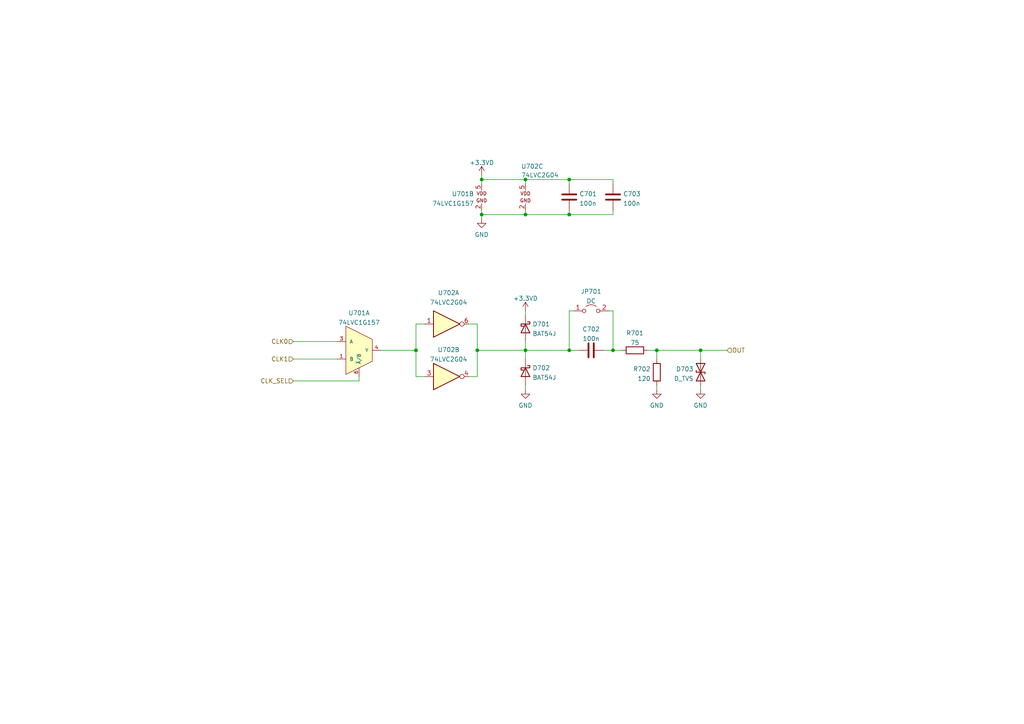
<source format=kicad_sch>
(kicad_sch (version 20211123) (generator eeschema)
  (paper "A4")
  (lib_symbols
    (symbol "+3.3VD_1" (power) (pin_names (offset 0))
      (property "Value" "+3.3VD_1" (at 0 3.556 0))
      (symbol "+3.3VD_1_0_1"
        (polyline (pts (xy -0.762 1.27) (xy 0 2.54)))
        (polyline (pts (xy 0 0) (xy 0 2.54)))
        (polyline (pts (xy 0 2.54) (xy 0.762 1.27)))
      )
      (symbol "+3.3VD_1_1_1"
        (pin power_in line (at 0 0 90) (length 0) hide (name "+3.3VD") (number "1"))
      )
    )
    (symbol "Device:C" (pin_numbers hide) (pin_names (offset 0.254))
      (property "Reference" "C" (at 0.635 2.54 0))
      (property "Value" "C" (at 0.635 -2.54 0))
      (symbol "C_0_1"
        (polyline (pts (xy -2.032 -0.762) (xy 2.032 -0.762)) (stroke (width 0.508)))
        (polyline (pts (xy -2.032 0.762) (xy 2.032 0.762)) (stroke (width 0.508)))
      )
      (symbol "C_1_1"
        (pin passive line (at 0 3.81 270) (length 2.794) (name "~") (number "1"))
        (pin passive line (at 0 -3.81 90) (length 2.794) (name "~") (number "2"))
      )
    )
    (symbol "Device:D_TVS" (pin_numbers hide) (pin_names (offset 1.016) hide)
      (property "Reference" "D" (at 0 2.54 0))
      (property "Value" "D_TVS" (at 0 -2.54 0))
      (symbol "D_TVS_0_1"
        (polyline (pts (xy 1.27 0) (xy -1.27 0)))
        (polyline (pts (xy 0.508 1.27) (xy 0 1.27) (xy 0 -1.27) (xy -0.508 -1.27)) (stroke (width 0.254)))
        (polyline (pts (xy -2.54 1.27) (xy -2.54 -1.27) (xy 2.54 1.27) (xy 2.54 -1.27) (xy -2.54 1.27)) (stroke (width 0.254)))
      )
      (symbol "D_TVS_1_1"
        (pin passive line (at -3.81 0 0) (length 2.54) (name "A1") (number "1"))
        (pin passive line (at 3.81 0 180) (length 2.54) (name "A2") (number "2"))
      )
    )
    (symbol "Device:R" (pin_numbers hide) (pin_names (offset 0))
      (property "Reference" "R" (at 2.032 0 90))
      (property "Value" "R" (at 0 0 90))
      (symbol "R_0_1"
        (rectangle (start -1.016 -2.54) (end 1.016 2.54) (stroke (width 0.254)))
      )
      (symbol "R_1_1"
        (pin passive line (at 0 3.81 270) (length 1.27) (name "~") (number "1"))
        (pin passive line (at 0 -3.81 90) (length 1.27) (name "~") (number "2"))
      )
    )
    (symbol "Diode:BAT54J" (pin_numbers hide) (pin_names hide)
      (property "Reference" "D" (at 0 2.54 0))
      (property "Value" "BAT54J" (at 0 -2.54 0))
      (symbol "BAT54J_0_1"
        (polyline (pts (xy 1.27 0) (xy -1.27 0)))
        (polyline (pts (xy 1.27 1.27) (xy 1.27 -1.27) (xy -1.27 0) (xy 1.27 1.27)) (stroke (width 0.254)))
        (polyline (pts (xy -1.905 0.635) (xy -1.905 1.27) (xy -1.27 1.27) (xy -1.27 -1.27) (xy -0.635 -1.27) (xy -0.635 -0.635)) (stroke (width 0.254)))
      )
      (symbol "BAT54J_1_1"
        (pin passive line (at -3.81 0 0) (length 2.54) (name "K") (number "1"))
        (pin passive line (at 3.81 0 180) (length 2.54) (name "A") (number "2"))
      )
    )
    (symbol "Jumper:Jumper_2_Open" (pin_names (offset 0) hide)
      (property "Reference" "JP" (at 0 2.794 0))
      (property "Value" "Jumper_2_Open" (at 0 -2.286 0))
      (symbol "Jumper_2_Open_0_0"
        (circle (center -2.032 0) (radius 0.508))
        (circle (center 2.032 0) (radius 0.508))
      )
      (symbol "Jumper_2_Open_0_1"
        (arc (start 1.524 1.27) (mid 0 1.778) (end -1.524 1.27))
      )
      (symbol "Jumper_2_Open_1_1"
        (pin passive line (at -5.08 0 0) (length 2.54) (name "A") (number "1"))
        (pin passive line (at 5.08 0 180) (length 2.54) (name "B") (number "2"))
      )
    )
    (symbol "power:GND" (power) (pin_names (offset 0))
      (property "Value" "GND" (at 0 -3.81 0))
      (symbol "GND_0_1"
        (polyline (pts (xy 0 0) (xy 0 -1.27) (xy 1.27 -1.27) (xy 0 -2.54) (xy -1.27 -1.27) (xy 0 -1.27)))
      )
      (symbol "GND_1_1"
        (pin power_in line (at 0 0 270) (length 0) hide (name "GND") (number "1"))
      )
    )
    (symbol "symbols:+3.3VD" (power) (pin_names (offset 0))
      (property "Value" "+3.3VD" (at 0 3.556 0))
      (symbol "+3.3VD_0_1"
        (polyline (pts (xy -0.762 1.27) (xy 0 2.54)))
        (polyline (pts (xy 0 0) (xy 0 2.54)))
        (polyline (pts (xy 0 2.54) (xy 0.762 1.27)))
      )
      (symbol "+3.3VD_1_1"
        (pin power_in line (at 0 0 90) (length 0) hide (name "+3.3VD") (number "1"))
      )
    )
    (symbol "symbols:74LVC1G157" (pin_names (offset 1.016))
      (property "Reference" "U" (at 0 8.255 0))
      (property "Value" "74LVC1G157" (at 0 6.35 0))
      (symbol "74LVC1G157_1_1"
        (polyline (pts (xy -3.81 6.985) (xy 3.81 3.175) (xy 3.81 -3.175) (xy -3.81 -6.985) (xy -3.81 6.985)) (fill (type background)))
        (pin input line (at -6.35 -2.54 0) (length 2.54) (name "B") (number "1"))
        (pin input line (at -6.35 2.54 0) (length 2.54) (name "A") (number "3"))
        (pin output line (at 6.35 0 180) (length 2.54) (name "Y") (number "4"))
        (pin input line (at 0 -7.62 90) (length 2.54) (name "~{A}/B") (number "6"))
      )
      (symbol "74LVC1G157_2_0"
        (text "GND" (at 0 -1.016 0) (effects (font (size 1 1))))
        (text "VDD" (at 0 1.016 0) (effects (font (size 1 1))))
      )
      (symbol "74LVC1G157_2_1"
        (pin power_in line (at 0 -3.81 90) (length 1.905) (name "~") (number "2"))
        (pin power_in line (at 0 3.81 270) (length 1.905) (name "~") (number "5"))
      )
    )
    (symbol "symbols:74LVC2G04"
      (property "Reference" "U" (at 2.54 7.62 0))
      (property "Value" "74LVC2G04" (at 2.54 5.08 0))
      (symbol "74LVC2G04_1_1"
        (rectangle (start -2.54 3.81) (end -2.54 -3.81) (stroke (width 0.254)) (fill (type background)))
        (polyline (pts (xy -2.54 -3.81) (xy 5.08 0) (xy -2.54 3.81)) (stroke (width 0.254)) (fill (type background)))
        (circle (center 5.715 0) (radius 0.635))
        (pin input line (at -5.08 0 0) (length 2.54) (name "~") (number "1"))
        (pin output line (at 7.62 0 180) (length 1.27) (name "~") (number "6"))
      )
      (symbol "74LVC2G04_2_1"
        (rectangle (start -2.54 3.81) (end -2.54 -3.81) (stroke (width 0.254)) (fill (type background)))
        (polyline (pts (xy -2.54 -3.81) (xy 5.08 0) (xy -2.54 3.81)) (stroke (width 0.254)) (fill (type background)))
        (circle (center 5.715 0) (radius 0.635))
        (pin input line (at -5.08 0 0) (length 2.54) (name "~") (number "3"))
        (pin output line (at 7.62 0 180) (length 1.27) (name "~") (number "4"))
      )
      (symbol "74LVC2G04_3_0"
        (text "GND" (at 0 -1.016 0) (effects (font (size 1 1))))
        (text "VDD" (at 0 1.016 0) (effects (font (size 1 1))))
      )
      (symbol "74LVC2G04_3_1"
        (pin power_in line (at 0 -3.81 90) (length 1.905) (name "~") (number "2"))
        (pin power_in line (at 0 3.81 270) (length 1.905) (name "~") (number "5"))
      )
    )
  )
  (junction (at 139.7 52.07))
  (junction (at 152.4 101.6))
  (junction (at 152.4 52.07))
  (junction (at 165.1 52.07))
  (junction (at 190.5 101.6))
  (junction (at 203.2 101.6))
  (junction (at 139.7 62.23))
  (junction (at 177.8 101.6))
  (junction (at 138.43 101.6))
  (junction (at 165.1 62.23))
  (junction (at 152.4 62.23))
  (junction (at 165.1 101.6))
  (junction (at 120.65 101.6))
  (wire (pts (xy 152.4 52.07) (xy 152.4 53.34)))
  (wire (pts (xy 152.4 99.06) (xy 152.4 101.6)))
  (wire (pts (xy 203.2 113.03) (xy 203.2 111.76)))
  (wire (pts (xy 165.1 52.07) (xy 165.1 53.34)))
  (wire (pts (xy 139.7 52.07) (xy 152.4 52.07)))
  (wire (pts (xy 139.7 62.23) (xy 139.7 63.5)))
  (wire (pts (xy 138.43 93.98) (xy 138.43 101.6)))
  (wire (pts (xy 135.89 93.98) (xy 138.43 93.98)))
  (wire (pts (xy 165.1 62.23) (xy 165.1 60.96)))
  (wire (pts (xy 177.8 90.17) (xy 177.8 101.6)))
  (wire (pts (xy 139.7 52.07) (xy 139.7 53.34)))
  (wire (pts (xy 177.8 60.96) (xy 177.8 62.23)))
  (wire (pts (xy 120.65 93.98) (xy 123.19 93.98)))
  (wire (pts (xy 139.7 62.23) (xy 152.4 62.23)))
  (wire (pts (xy 152.4 101.6) (xy 152.4 104.14)))
  (wire (pts (xy 190.5 101.6) (xy 203.2 101.6)))
  (wire (pts (xy 152.4 101.6) (xy 165.1 101.6)))
  (wire (pts (xy 138.43 101.6) (xy 138.43 109.22)))
  (wire (pts (xy 104.14 110.49) (xy 104.14 109.22)))
  (wire (pts (xy 203.2 101.6) (xy 210.82 101.6)))
  (wire (pts (xy 175.26 101.6) (xy 177.8 101.6)))
  (wire (pts (xy 190.5 101.6) (xy 190.5 104.14)))
  (wire (pts (xy 203.2 104.14) (xy 203.2 101.6)))
  (wire (pts (xy 123.19 109.22) (xy 120.65 109.22)))
  (wire (pts (xy 120.65 109.22) (xy 120.65 101.6)))
  (wire (pts (xy 152.4 111.76) (xy 152.4 113.03)))
  (wire (pts (xy 85.09 99.06) (xy 97.79 99.06)))
  (wire (pts (xy 139.7 60.96) (xy 139.7 62.23)))
  (wire (pts (xy 85.09 110.49) (xy 104.14 110.49)))
  (wire (pts (xy 187.96 101.6) (xy 190.5 101.6)))
  (wire (pts (xy 138.43 101.6) (xy 152.4 101.6)))
  (wire (pts (xy 152.4 60.96) (xy 152.4 62.23)))
  (wire (pts (xy 176.53 90.17) (xy 177.8 90.17)))
  (wire (pts (xy 138.43 109.22) (xy 135.89 109.22)))
  (wire (pts (xy 177.8 52.07) (xy 177.8 53.34)))
  (wire (pts (xy 139.7 50.8) (xy 139.7 52.07)))
  (wire (pts (xy 167.64 101.6) (xy 165.1 101.6)))
  (wire (pts (xy 120.65 101.6) (xy 120.65 93.98)))
  (wire (pts (xy 165.1 90.17) (xy 166.37 90.17)))
  (wire (pts (xy 177.8 101.6) (xy 180.34 101.6)))
  (wire (pts (xy 152.4 90.17) (xy 152.4 91.44)))
  (wire (pts (xy 165.1 52.07) (xy 177.8 52.07)))
  (wire (pts (xy 152.4 52.07) (xy 165.1 52.07)))
  (wire (pts (xy 110.49 101.6) (xy 120.65 101.6)))
  (wire (pts (xy 85.09 104.14) (xy 97.79 104.14)))
  (wire (pts (xy 152.4 62.23) (xy 165.1 62.23)))
  (wire (pts (xy 190.5 111.76) (xy 190.5 113.03)))
  (wire (pts (xy 177.8 62.23) (xy 165.1 62.23)))
  (wire (pts (xy 165.1 101.6) (xy 165.1 90.17)))
  (hierarchical_label "CLK0" (shape input) (at 85.09 99.06 180))
  (hierarchical_label "OUT" (shape input) (at 210.82 101.6 0))
  (hierarchical_label "CLK1" (shape input) (at 85.09 104.14 180))
  (hierarchical_label "CLK_SEL" (shape input) (at 85.09 110.49 180))
  (symbol (lib_id "symbols:74LVC1G157") (at 139.7 57.15 0) (unit 2)
    (property "Reference" "U701" (at 137.4787 56.2415 0) (effects (justify right)))
    (property "Value" "74LVC1G157" (at 137.4787 59.0166 0) (effects (justify right)))
    (property "Footprint" "Package_TO_SOT_SMD:SOT-23-6" (effects hide))
    (property "Datasheet" "https://assets.nexperia.com/documents/data-sheet/74LVC1G157.pdf" (effects hide))
  )
  (symbol (lib_id "Device:R") (at 184.15 101.6 270) (unit 1)
    (property "Reference" "R701" (at 184.15 96.6175 90))
    (property "Value" "75" (at 184.15 99.3926 90))
    (property "Footprint" "Resistor_SMD:R_0805_2012Metric" (effects hide))
  )
  (symbol (lib_id "power:GND") (at 190.5 113.03 0) (unit 1)
    (property "Reference" "#PWR0705" (effects hide))
    (property "Value" "GND" (at 190.5 117.5925 0))
  )
  (symbol (lib_id "Device:C") (at 171.45 101.6 90) (unit 1)
    (property "Reference" "C702" (at 171.45 95.4745 90))
    (property "Value" "100n" (at 171.45 98.2496 90))
    (property "Footprint" "Capacitor_SMD:C_0805_2012Metric" (effects hide))
  )
  (symbol (lib_name "+3.3VD_1") (lib_id "symbols:+3.3VD") (at 152.4 90.17 0) (unit 1)
    (property "Reference" "#PWR0703" (effects hide))
    (property "Value" "+3.3VD" (at 152.4 86.5655 0))
  )
  (symbol (lib_id "symbols:74LVC2G04") (at 128.27 93.98 0) (unit 1)
    (property "Reference" "U702" (at 130.1115 84.9335 0))
    (property "Value" "74LVC2G04" (at 130.1115 87.7086 0))
    (property "Footprint" "Package_TO_SOT_SMD:SOT-23-6" (effects hide))
    (property "Datasheet" "https://assets.nexperia.com/documents/data-sheet/74LVC2GU04.pdf" (effects hide))
  )
  (symbol (lib_id "Diode:BAT54J") (at 152.4 107.95 270) (unit 1)
    (property "Reference" "D702" (at 154.432 106.724 90) (effects (justify left)))
    (property "Value" "BAT54J" (at 154.432 109.4991 90) (effects (justify left)))
    (property "Footprint" "Diode_SMD:D_SOD-323F" (effects hide))
    (property "Datasheet" "https://assets.nexperia.com/documents/data-sheet/BAT54J.pdf" (effects hide))
  )
  (symbol (lib_id "Jumper:Jumper_2_Open") (at 171.45 90.17 0) (unit 1)
    (property "Reference" "JP701" (at 171.45 84.5525 0))
    (property "Value" "DC" (at 171.45 87.3276 0))
  )
  (symbol (lib_id "Device:R") (at 190.5 107.95 180) (unit 1)
    (property "Reference" "R702" (at 188.722 107.0415 0) (effects (justify left)))
    (property "Value" "120" (at 188.722 109.8166 0) (effects (justify left)))
    (property "Footprint" "Resistor_SMD:R_0805_2012Metric" (effects hide))
  )
  (symbol (lib_id "power:GND") (at 152.4 113.03 0) (unit 1)
    (property "Reference" "#PWR0704" (effects hide))
    (property "Value" "GND" (at 152.4 117.5925 0))
  )
  (symbol (lib_id "symbols:+3.3VD") (at 139.7 50.8 0) (unit 1)
    (property "Reference" "#PWR0701" (effects hide))
    (property "Value" "+3.3VD" (at 139.7 47.1955 0))
  )
  (symbol (lib_id "power:GND") (at 139.7 63.5 0) (unit 1)
    (property "Reference" "#PWR0702" (effects hide))
    (property "Value" "GND" (at 139.7 68.0625 0))
  )
  (symbol (lib_id "power:GND") (at 203.2 113.03 0) (unit 1)
    (property "Reference" "#PWR0706" (effects hide))
    (property "Value" "GND" (at 203.2 117.5925 0))
  )
  (symbol (lib_id "Diode:BAT54J") (at 152.4 95.25 270) (unit 1)
    (property "Reference" "D701" (at 154.432 94.024 90) (effects (justify left)))
    (property "Value" "BAT54J" (at 154.432 96.7991 90) (effects (justify left)))
    (property "Footprint" "Diode_SMD:D_SOD-323F" (effects hide))
    (property "Datasheet" "https://assets.nexperia.com/documents/data-sheet/BAT54J.pdf" (effects hide))
  )
  (symbol (lib_id "Device:C") (at 177.8 57.15 180) (unit 1)
    (property "Reference" "C703" (at 180.721 56.2415 0) (effects (justify right)))
    (property "Value" "100n" (at 180.721 59.0166 0) (effects (justify right)))
    (property "Footprint" "Capacitor_SMD:C_0805_2012Metric" (effects hide))
  )
  (symbol (lib_id "Device:D_TVS") (at 203.2 107.95 90) (unit 1)
    (property "Reference" "D703" (at 201.1681 107.0415 90) (effects (justify left)))
    (property "Value" "D_TVS" (at 201.1681 109.8166 90) (effects (justify left)))
  )
  (symbol (lib_id "symbols:74LVC2G04") (at 152.4 57.15 0) (unit 3)
    (property "Reference" "U702" (at 151.13 48.26 0) (effects (justify left)))
    (property "Value" "74LVC2G04" (at 151.13 50.8 0) (effects (justify left)))
    (property "Footprint" "Package_TO_SOT_SMD:SOT-23-6" (effects hide))
    (property "Datasheet" "https://assets.nexperia.com/documents/data-sheet/74LVC2GU04.pdf" (effects hide))
  )
  (symbol (lib_id "symbols:74LVC1G157") (at 104.14 101.6 0) (unit 1)
    (property "Reference" "U701" (at 104.14 90.7755 0))
    (property "Value" "74LVC1G157" (at 104.14 93.5506 0))
    (property "Footprint" "Package_TO_SOT_SMD:SOT-23-6" (effects hide))
    (property "Datasheet" "https://assets.nexperia.com/documents/data-sheet/74LVC1G157.pdf" (effects hide))
  )
  (symbol (lib_id "Device:C") (at 165.1 57.15 180) (unit 1)
    (property "Reference" "C701" (at 168.021 56.2415 0) (effects (justify right)))
    (property "Value" "100n" (at 168.021 59.0166 0) (effects (justify right)))
    (property "Footprint" "Capacitor_SMD:C_0805_2012Metric" (effects hide))
  )
  (symbol (lib_id "symbols:74LVC2G04") (at 128.27 109.22 0) (unit 2)
    (property "Reference" "U702" (at 130.1115 101.4435 0))
    (property "Value" "74LVC2G04" (at 130.1115 104.2186 0))
    (property "Footprint" "Package_TO_SOT_SMD:SOT-23-6" (effects hide))
    (property "Datasheet" "https://assets.nexperia.com/documents/data-sheet/74LVC2GU04.pdf" (effects hide))
  )
)
</source>
